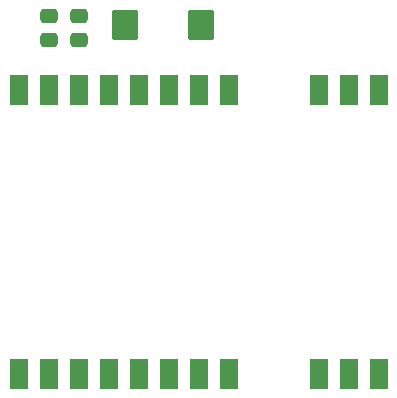
<source format=gtp>
G04 #@! TF.GenerationSoftware,KiCad,Pcbnew,6.0.11*
G04 #@! TF.CreationDate,2026-01-28T19:54:40+03:00*
G04 #@! TF.ProjectId,rns-gate,726e732d-6761-4746-952e-6b696361645f,rev?*
G04 #@! TF.SameCoordinates,Original*
G04 #@! TF.FileFunction,Paste,Top*
G04 #@! TF.FilePolarity,Positive*
%FSLAX46Y46*%
G04 Gerber Fmt 4.6, Leading zero omitted, Abs format (unit mm)*
G04 Created by KiCad (PCBNEW 6.0.11) date 2026-01-28 19:54:40*
%MOMM*%
%LPD*%
G01*
G04 APERTURE LIST*
G04 Aperture macros list*
%AMRoundRect*
0 Rectangle with rounded corners*
0 $1 Rounding radius*
0 $2 $3 $4 $5 $6 $7 $8 $9 X,Y pos of 4 corners*
0 Add a 4 corners polygon primitive as box body*
4,1,4,$2,$3,$4,$5,$6,$7,$8,$9,$2,$3,0*
0 Add four circle primitives for the rounded corners*
1,1,$1+$1,$2,$3*
1,1,$1+$1,$4,$5*
1,1,$1+$1,$6,$7*
1,1,$1+$1,$8,$9*
0 Add four rect primitives between the rounded corners*
20,1,$1+$1,$2,$3,$4,$5,0*
20,1,$1+$1,$4,$5,$6,$7,0*
20,1,$1+$1,$6,$7,$8,$9,0*
20,1,$1+$1,$8,$9,$2,$3,0*%
G04 Aperture macros list end*
%ADD10RoundRect,0.250000X0.475000X-0.337500X0.475000X0.337500X-0.475000X0.337500X-0.475000X-0.337500X0*%
%ADD11RoundRect,0.250000X-0.875000X-1.025000X0.875000X-1.025000X0.875000X1.025000X-0.875000X1.025000X0*%
%ADD12R,1.600000X2.500000*%
G04 APERTURE END LIST*
D10*
G04 #@! TO.C,C3*
X173708000Y-57577900D03*
X173708000Y-55502900D03*
G04 #@! TD*
G04 #@! TO.C,C2*
X171168000Y-57577900D03*
X171168000Y-55502900D03*
G04 #@! TD*
D11*
G04 #@! TO.C,C1*
X177620000Y-56286400D03*
X184020000Y-56286400D03*
G04 #@! TD*
D12*
G04 #@! TO.C,U1*
X199098000Y-61812400D03*
X196558000Y-61812400D03*
X194018000Y-61812400D03*
X186418000Y-61812400D03*
X183878000Y-61812400D03*
X181338000Y-61812400D03*
X178798000Y-61812400D03*
X176258000Y-61812400D03*
X173718000Y-61812400D03*
X171178000Y-61812400D03*
X168638000Y-61812400D03*
X168638000Y-85812400D03*
X171178000Y-85812400D03*
X173718000Y-85812400D03*
X176258000Y-85812400D03*
X178798000Y-85812400D03*
X181338000Y-85812400D03*
X183878000Y-85812400D03*
X186418000Y-85812400D03*
X194018000Y-85812400D03*
X196558000Y-85812400D03*
X199098000Y-85812400D03*
G04 #@! TD*
M02*

</source>
